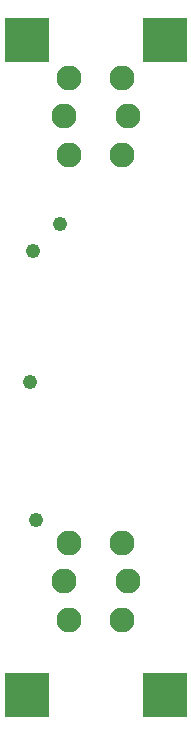
<source format=gbs>
G04 Layer_Color=16711935*
%FSAX24Y24*%
%MOIN*%
G70*
G01*
G75*
%ADD22C,0.0830*%
%ADD23R,0.1480X0.1480*%
%ADD24C,0.0480*%
D22*
X012614Y013720D02*
D03*
Y016280D02*
D03*
X014384D02*
D03*
Y013720D02*
D03*
X014563Y015000D02*
D03*
X012437D02*
D03*
X012614Y029220D02*
D03*
Y031780D02*
D03*
X014384D02*
D03*
Y029220D02*
D03*
X014563Y030500D02*
D03*
X012437D02*
D03*
D23*
X011200Y011200D02*
D03*
X015800D02*
D03*
Y033050D02*
D03*
X011200D02*
D03*
D24*
X011500Y017050D02*
D03*
X011300Y021650D02*
D03*
X011400Y026000D02*
D03*
X012300Y026900D02*
D03*
M02*

</source>
